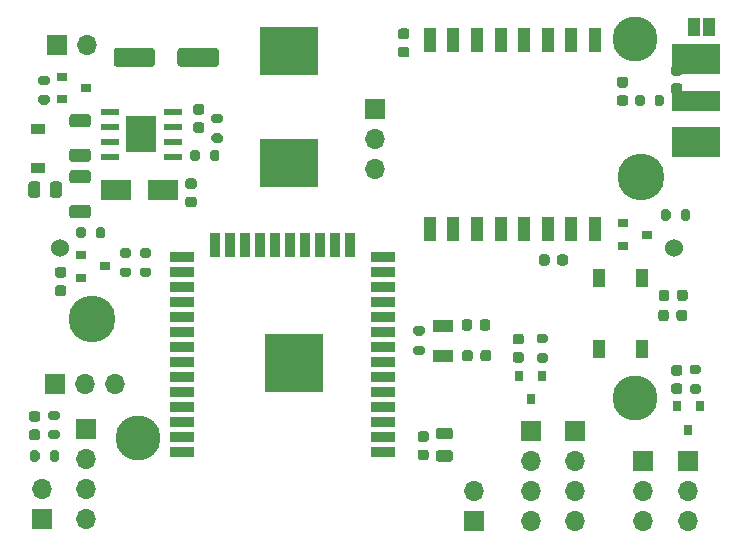
<source format=gbr>
G04 #@! TF.GenerationSoftware,KiCad,Pcbnew,(5.1.7)-1*
G04 #@! TF.CreationDate,2020-11-22T23:18:21+01:00*
G04 #@! TF.ProjectId,lora,6c6f7261-2e6b-4696-9361-645f70636258,rev?*
G04 #@! TF.SameCoordinates,Original*
G04 #@! TF.FileFunction,Soldermask,Top*
G04 #@! TF.FilePolarity,Negative*
%FSLAX46Y46*%
G04 Gerber Fmt 4.6, Leading zero omitted, Abs format (unit mm)*
G04 Created by KiCad (PCBNEW (5.1.7)-1) date 2020-11-22 23:18:21*
%MOMM*%
%LPD*%
G01*
G04 APERTURE LIST*
%ADD10R,4.190000X2.665000*%
%ADD11R,4.190000X1.780000*%
%ADD12R,2.500000X1.800000*%
%ADD13R,1.200000X0.900000*%
%ADD14R,1.700000X1.700000*%
%ADD15O,1.700000X1.700000*%
%ADD16R,4.950000X4.100000*%
%ADD17R,0.800000X0.900000*%
%ADD18R,0.900000X0.800000*%
%ADD19R,1.000000X1.500000*%
%ADD20R,2.600000X3.100000*%
%ADD21R,1.550000X0.600000*%
%ADD22R,5.000000X5.000000*%
%ADD23R,2.000000X0.900000*%
%ADD24R,0.900000X2.000000*%
%ADD25R,1.000000X2.000000*%
%ADD26R,1.800000X1.000000*%
%ADD27C,1.530000*%
%ADD28C,3.960000*%
%ADD29C,3.800000*%
G04 APERTURE END LIST*
D10*
X227838000Y-102992500D03*
D11*
X227838000Y-99500000D03*
D10*
X227838000Y-96007500D03*
G36*
G01*
X185350000Y-107000000D02*
X184850000Y-107000000D01*
G75*
G02*
X184625000Y-106775000I0J225000D01*
G01*
X184625000Y-106325000D01*
G75*
G02*
X184850000Y-106100000I225000J0D01*
G01*
X185350000Y-106100000D01*
G75*
G02*
X185575000Y-106325000I0J-225000D01*
G01*
X185575000Y-106775000D01*
G75*
G02*
X185350000Y-107000000I-225000J0D01*
G01*
G37*
G36*
G01*
X185350000Y-108550000D02*
X184850000Y-108550000D01*
G75*
G02*
X184625000Y-108325000I0J225000D01*
G01*
X184625000Y-107875000D01*
G75*
G02*
X184850000Y-107650000I225000J0D01*
G01*
X185350000Y-107650000D01*
G75*
G02*
X185575000Y-107875000I0J-225000D01*
G01*
X185575000Y-108325000D01*
G75*
G02*
X185350000Y-108550000I-225000J0D01*
G01*
G37*
G36*
G01*
X187450000Y-95300000D02*
X187450000Y-96400000D01*
G75*
G02*
X187200000Y-96650000I-250000J0D01*
G01*
X184200000Y-96650000D01*
G75*
G02*
X183950000Y-96400000I0J250000D01*
G01*
X183950000Y-95300000D01*
G75*
G02*
X184200000Y-95050000I250000J0D01*
G01*
X187200000Y-95050000D01*
G75*
G02*
X187450000Y-95300000I0J-250000D01*
G01*
G37*
G36*
G01*
X182050000Y-95300000D02*
X182050000Y-96400000D01*
G75*
G02*
X181800000Y-96650000I-250000J0D01*
G01*
X178800000Y-96650000D01*
G75*
G02*
X178550000Y-96400000I0J250000D01*
G01*
X178550000Y-95300000D01*
G75*
G02*
X178800000Y-95050000I250000J0D01*
G01*
X181800000Y-95050000D01*
G75*
G02*
X182050000Y-95300000I0J-250000D01*
G01*
G37*
G36*
G01*
X227150000Y-115750000D02*
X227150000Y-116250000D01*
G75*
G02*
X226925000Y-116475000I-225000J0D01*
G01*
X226475000Y-116475000D01*
G75*
G02*
X226250000Y-116250000I0J225000D01*
G01*
X226250000Y-115750000D01*
G75*
G02*
X226475000Y-115525000I225000J0D01*
G01*
X226925000Y-115525000D01*
G75*
G02*
X227150000Y-115750000I0J-225000D01*
G01*
G37*
G36*
G01*
X225600000Y-115750000D02*
X225600000Y-116250000D01*
G75*
G02*
X225375000Y-116475000I-225000J0D01*
G01*
X224925000Y-116475000D01*
G75*
G02*
X224700000Y-116250000I0J225000D01*
G01*
X224700000Y-115750000D01*
G75*
G02*
X224925000Y-115525000I225000J0D01*
G01*
X225375000Y-115525000D01*
G75*
G02*
X225600000Y-115750000I0J-225000D01*
G01*
G37*
G36*
G01*
X205000000Y-129950000D02*
X204500000Y-129950000D01*
G75*
G02*
X204275000Y-129725000I0J225000D01*
G01*
X204275000Y-129275000D01*
G75*
G02*
X204500000Y-129050000I225000J0D01*
G01*
X205000000Y-129050000D01*
G75*
G02*
X205225000Y-129275000I0J-225000D01*
G01*
X205225000Y-129725000D01*
G75*
G02*
X205000000Y-129950000I-225000J0D01*
G01*
G37*
G36*
G01*
X205000000Y-128400000D02*
X204500000Y-128400000D01*
G75*
G02*
X204275000Y-128175000I0J225000D01*
G01*
X204275000Y-127725000D01*
G75*
G02*
X204500000Y-127500000I225000J0D01*
G01*
X205000000Y-127500000D01*
G75*
G02*
X205225000Y-127725000I0J-225000D01*
G01*
X205225000Y-128175000D01*
G75*
G02*
X205000000Y-128400000I-225000J0D01*
G01*
G37*
G36*
G01*
X207025000Y-130100000D02*
X206075000Y-130100000D01*
G75*
G02*
X205825000Y-129850000I0J250000D01*
G01*
X205825000Y-129350000D01*
G75*
G02*
X206075000Y-129100000I250000J0D01*
G01*
X207025000Y-129100000D01*
G75*
G02*
X207275000Y-129350000I0J-250000D01*
G01*
X207275000Y-129850000D01*
G75*
G02*
X207025000Y-130100000I-250000J0D01*
G01*
G37*
G36*
G01*
X207025000Y-128200000D02*
X206075000Y-128200000D01*
G75*
G02*
X205825000Y-127950000I0J250000D01*
G01*
X205825000Y-127450000D01*
G75*
G02*
X206075000Y-127200000I250000J0D01*
G01*
X207025000Y-127200000D01*
G75*
G02*
X207275000Y-127450000I0J-250000D01*
G01*
X207275000Y-127950000D01*
G75*
G02*
X207025000Y-128200000I-250000J0D01*
G01*
G37*
G36*
G01*
X210500000Y-120850000D02*
X210500000Y-121350000D01*
G75*
G02*
X210275000Y-121575000I-225000J0D01*
G01*
X209825000Y-121575000D01*
G75*
G02*
X209600000Y-121350000I0J225000D01*
G01*
X209600000Y-120850000D01*
G75*
G02*
X209825000Y-120625000I225000J0D01*
G01*
X210275000Y-120625000D01*
G75*
G02*
X210500000Y-120850000I0J-225000D01*
G01*
G37*
G36*
G01*
X208950000Y-120850000D02*
X208950000Y-121350000D01*
G75*
G02*
X208725000Y-121575000I-225000J0D01*
G01*
X208275000Y-121575000D01*
G75*
G02*
X208050000Y-121350000I0J225000D01*
G01*
X208050000Y-120850000D01*
G75*
G02*
X208275000Y-120625000I225000J0D01*
G01*
X208725000Y-120625000D01*
G75*
G02*
X208950000Y-120850000I0J-225000D01*
G01*
G37*
G36*
G01*
X203350000Y-95850000D02*
X202850000Y-95850000D01*
G75*
G02*
X202625000Y-95625000I0J225000D01*
G01*
X202625000Y-95175000D01*
G75*
G02*
X202850000Y-94950000I225000J0D01*
G01*
X203350000Y-94950000D01*
G75*
G02*
X203575000Y-95175000I0J-225000D01*
G01*
X203575000Y-95625000D01*
G75*
G02*
X203350000Y-95850000I-225000J0D01*
G01*
G37*
G36*
G01*
X203350000Y-94300000D02*
X202850000Y-94300000D01*
G75*
G02*
X202625000Y-94075000I0J225000D01*
G01*
X202625000Y-93625000D01*
G75*
G02*
X202850000Y-93400000I225000J0D01*
G01*
X203350000Y-93400000D01*
G75*
G02*
X203575000Y-93625000I0J-225000D01*
G01*
X203575000Y-94075000D01*
G75*
G02*
X203350000Y-94300000I-225000J0D01*
G01*
G37*
G36*
G01*
X208000000Y-118750000D02*
X208000000Y-118250000D01*
G75*
G02*
X208225000Y-118025000I225000J0D01*
G01*
X208675000Y-118025000D01*
G75*
G02*
X208900000Y-118250000I0J-225000D01*
G01*
X208900000Y-118750000D01*
G75*
G02*
X208675000Y-118975000I-225000J0D01*
G01*
X208225000Y-118975000D01*
G75*
G02*
X208000000Y-118750000I0J225000D01*
G01*
G37*
G36*
G01*
X209550000Y-118750000D02*
X209550000Y-118250000D01*
G75*
G02*
X209775000Y-118025000I225000J0D01*
G01*
X210225000Y-118025000D01*
G75*
G02*
X210450000Y-118250000I0J-225000D01*
G01*
X210450000Y-118750000D01*
G75*
G02*
X210225000Y-118975000I-225000J0D01*
G01*
X209775000Y-118975000D01*
G75*
G02*
X209550000Y-118750000I0J225000D01*
G01*
G37*
D12*
X178750000Y-107050000D03*
X182750000Y-107050000D03*
D13*
X172150000Y-105250000D03*
X172150000Y-101950000D03*
D14*
X173760000Y-94800000D03*
D15*
X176300000Y-94800000D03*
X223400000Y-135100000D03*
X223400000Y-132560000D03*
D14*
X223400000Y-130020000D03*
X227150000Y-130020000D03*
D15*
X227150000Y-132560000D03*
X227150000Y-135100000D03*
D14*
X172500000Y-134950000D03*
D15*
X172500000Y-132410000D03*
X178650000Y-123500000D03*
X176110000Y-123500000D03*
D14*
X173570000Y-123500000D03*
D15*
X209050000Y-132550000D03*
D14*
X209050000Y-135090000D03*
X213900000Y-127480000D03*
D15*
X213900000Y-130020000D03*
X213900000Y-132560000D03*
X213900000Y-135100000D03*
X217600000Y-135100000D03*
X217600000Y-132560000D03*
X217600000Y-130020000D03*
D14*
X217600000Y-127480000D03*
X176200000Y-127350000D03*
D15*
X176200000Y-129890000D03*
X176200000Y-132430000D03*
X176200000Y-134970000D03*
D16*
X193400000Y-104800000D03*
X193400000Y-95300000D03*
D17*
X228150000Y-125400000D03*
X226250000Y-125400000D03*
X227200000Y-127400000D03*
D18*
X177800000Y-113550000D03*
X175800000Y-114500000D03*
X175800000Y-112600000D03*
D17*
X214800000Y-122800000D03*
X212900000Y-122800000D03*
X213850000Y-124800000D03*
D18*
X174200000Y-97500000D03*
X174200000Y-99400000D03*
X176200000Y-98450000D03*
X223700000Y-110850000D03*
X221700000Y-111800000D03*
X221700000Y-109900000D03*
G36*
G01*
X225980000Y-123450000D02*
X226480000Y-123450000D01*
G75*
G02*
X226705000Y-123675000I0J-225000D01*
G01*
X226705000Y-124125000D01*
G75*
G02*
X226480000Y-124350000I-225000J0D01*
G01*
X225980000Y-124350000D01*
G75*
G02*
X225755000Y-124125000I0J225000D01*
G01*
X225755000Y-123675000D01*
G75*
G02*
X225980000Y-123450000I225000J0D01*
G01*
G37*
G36*
G01*
X225980000Y-121900000D02*
X226480000Y-121900000D01*
G75*
G02*
X226705000Y-122125000I0J-225000D01*
G01*
X226705000Y-122575000D01*
G75*
G02*
X226480000Y-122800000I-225000J0D01*
G01*
X225980000Y-122800000D01*
G75*
G02*
X225755000Y-122575000I0J225000D01*
G01*
X225755000Y-122125000D01*
G75*
G02*
X225980000Y-121900000I225000J0D01*
G01*
G37*
G36*
G01*
X227525000Y-121875000D02*
X228075000Y-121875000D01*
G75*
G02*
X228275000Y-122075000I0J-200000D01*
G01*
X228275000Y-122475000D01*
G75*
G02*
X228075000Y-122675000I-200000J0D01*
G01*
X227525000Y-122675000D01*
G75*
G02*
X227325000Y-122475000I0J200000D01*
G01*
X227325000Y-122075000D01*
G75*
G02*
X227525000Y-121875000I200000J0D01*
G01*
G37*
G36*
G01*
X227525000Y-123525000D02*
X228075000Y-123525000D01*
G75*
G02*
X228275000Y-123725000I0J-200000D01*
G01*
X228275000Y-124125000D01*
G75*
G02*
X228075000Y-124325000I-200000J0D01*
G01*
X227525000Y-124325000D01*
G75*
G02*
X227325000Y-124125000I0J200000D01*
G01*
X227325000Y-123725000D01*
G75*
G02*
X227525000Y-123525000I200000J0D01*
G01*
G37*
G36*
G01*
X226200000Y-117950000D02*
X226200000Y-117450000D01*
G75*
G02*
X226425000Y-117225000I225000J0D01*
G01*
X226875000Y-117225000D01*
G75*
G02*
X227100000Y-117450000I0J-225000D01*
G01*
X227100000Y-117950000D01*
G75*
G02*
X226875000Y-118175000I-225000J0D01*
G01*
X226425000Y-118175000D01*
G75*
G02*
X226200000Y-117950000I0J225000D01*
G01*
G37*
G36*
G01*
X224650000Y-117950000D02*
X224650000Y-117450000D01*
G75*
G02*
X224875000Y-117225000I225000J0D01*
G01*
X225325000Y-117225000D01*
G75*
G02*
X225550000Y-117450000I0J-225000D01*
G01*
X225550000Y-117950000D01*
G75*
G02*
X225325000Y-118175000I-225000J0D01*
G01*
X224875000Y-118175000D01*
G75*
G02*
X224650000Y-117950000I0J225000D01*
G01*
G37*
G36*
G01*
X185500000Y-99800000D02*
X186000000Y-99800000D01*
G75*
G02*
X186225000Y-100025000I0J-225000D01*
G01*
X186225000Y-100475000D01*
G75*
G02*
X186000000Y-100700000I-225000J0D01*
G01*
X185500000Y-100700000D01*
G75*
G02*
X185275000Y-100475000I0J225000D01*
G01*
X185275000Y-100025000D01*
G75*
G02*
X185500000Y-99800000I225000J0D01*
G01*
G37*
G36*
G01*
X185500000Y-101350000D02*
X186000000Y-101350000D01*
G75*
G02*
X186225000Y-101575000I0J-225000D01*
G01*
X186225000Y-102025000D01*
G75*
G02*
X186000000Y-102250000I-225000J0D01*
G01*
X185500000Y-102250000D01*
G75*
G02*
X185275000Y-102025000I0J225000D01*
G01*
X185275000Y-101575000D01*
G75*
G02*
X185500000Y-101350000I225000J0D01*
G01*
G37*
G36*
G01*
X187025000Y-102275000D02*
X187575000Y-102275000D01*
G75*
G02*
X187775000Y-102475000I0J-200000D01*
G01*
X187775000Y-102875000D01*
G75*
G02*
X187575000Y-103075000I-200000J0D01*
G01*
X187025000Y-103075000D01*
G75*
G02*
X186825000Y-102875000I0J200000D01*
G01*
X186825000Y-102475000D01*
G75*
G02*
X187025000Y-102275000I200000J0D01*
G01*
G37*
G36*
G01*
X187025000Y-100625000D02*
X187575000Y-100625000D01*
G75*
G02*
X187775000Y-100825000I0J-200000D01*
G01*
X187775000Y-101225000D01*
G75*
G02*
X187575000Y-101425000I-200000J0D01*
G01*
X187025000Y-101425000D01*
G75*
G02*
X186825000Y-101225000I0J200000D01*
G01*
X186825000Y-100825000D01*
G75*
G02*
X187025000Y-100625000I200000J0D01*
G01*
G37*
G36*
G01*
X187500000Y-103875000D02*
X187500000Y-104425000D01*
G75*
G02*
X187300000Y-104625000I-200000J0D01*
G01*
X186900000Y-104625000D01*
G75*
G02*
X186700000Y-104425000I0J200000D01*
G01*
X186700000Y-103875000D01*
G75*
G02*
X186900000Y-103675000I200000J0D01*
G01*
X187300000Y-103675000D01*
G75*
G02*
X187500000Y-103875000I0J-200000D01*
G01*
G37*
G36*
G01*
X185850000Y-103875000D02*
X185850000Y-104425000D01*
G75*
G02*
X185650000Y-104625000I-200000J0D01*
G01*
X185250000Y-104625000D01*
G75*
G02*
X185050000Y-104425000I0J200000D01*
G01*
X185050000Y-103875000D01*
G75*
G02*
X185250000Y-103675000I200000J0D01*
G01*
X185650000Y-103675000D01*
G75*
G02*
X185850000Y-103875000I0J-200000D01*
G01*
G37*
G36*
G01*
X179275000Y-113650000D02*
X179825000Y-113650000D01*
G75*
G02*
X180025000Y-113850000I0J-200000D01*
G01*
X180025000Y-114250000D01*
G75*
G02*
X179825000Y-114450000I-200000J0D01*
G01*
X179275000Y-114450000D01*
G75*
G02*
X179075000Y-114250000I0J200000D01*
G01*
X179075000Y-113850000D01*
G75*
G02*
X179275000Y-113650000I200000J0D01*
G01*
G37*
G36*
G01*
X179275000Y-112000000D02*
X179825000Y-112000000D01*
G75*
G02*
X180025000Y-112200000I0J-200000D01*
G01*
X180025000Y-112600000D01*
G75*
G02*
X179825000Y-112800000I-200000J0D01*
G01*
X179275000Y-112800000D01*
G75*
G02*
X179075000Y-112600000I0J200000D01*
G01*
X179075000Y-112200000D01*
G75*
G02*
X179275000Y-112000000I200000J0D01*
G01*
G37*
G36*
G01*
X181525000Y-114450000D02*
X180975000Y-114450000D01*
G75*
G02*
X180775000Y-114250000I0J200000D01*
G01*
X180775000Y-113850000D01*
G75*
G02*
X180975000Y-113650000I200000J0D01*
G01*
X181525000Y-113650000D01*
G75*
G02*
X181725000Y-113850000I0J-200000D01*
G01*
X181725000Y-114250000D01*
G75*
G02*
X181525000Y-114450000I-200000J0D01*
G01*
G37*
G36*
G01*
X181525000Y-112800000D02*
X180975000Y-112800000D01*
G75*
G02*
X180775000Y-112600000I0J200000D01*
G01*
X180775000Y-112200000D01*
G75*
G02*
X180975000Y-112000000I200000J0D01*
G01*
X181525000Y-112000000D01*
G75*
G02*
X181725000Y-112200000I0J-200000D01*
G01*
X181725000Y-112600000D01*
G75*
G02*
X181525000Y-112800000I-200000J0D01*
G01*
G37*
G36*
G01*
X174300000Y-114500000D02*
X173800000Y-114500000D01*
G75*
G02*
X173575000Y-114275000I0J225000D01*
G01*
X173575000Y-113825000D01*
G75*
G02*
X173800000Y-113600000I225000J0D01*
G01*
X174300000Y-113600000D01*
G75*
G02*
X174525000Y-113825000I0J-225000D01*
G01*
X174525000Y-114275000D01*
G75*
G02*
X174300000Y-114500000I-225000J0D01*
G01*
G37*
G36*
G01*
X174300000Y-116050000D02*
X173800000Y-116050000D01*
G75*
G02*
X173575000Y-115825000I0J225000D01*
G01*
X173575000Y-115375000D01*
G75*
G02*
X173800000Y-115150000I225000J0D01*
G01*
X174300000Y-115150000D01*
G75*
G02*
X174525000Y-115375000I0J-225000D01*
G01*
X174525000Y-115825000D01*
G75*
G02*
X174300000Y-116050000I-225000J0D01*
G01*
G37*
G36*
G01*
X177825000Y-110425000D02*
X177825000Y-110975000D01*
G75*
G02*
X177625000Y-111175000I-200000J0D01*
G01*
X177225000Y-111175000D01*
G75*
G02*
X177025000Y-110975000I0J200000D01*
G01*
X177025000Y-110425000D01*
G75*
G02*
X177225000Y-110225000I200000J0D01*
G01*
X177625000Y-110225000D01*
G75*
G02*
X177825000Y-110425000I0J-200000D01*
G01*
G37*
G36*
G01*
X176175000Y-110425000D02*
X176175000Y-110975000D01*
G75*
G02*
X175975000Y-111175000I-200000J0D01*
G01*
X175575000Y-111175000D01*
G75*
G02*
X175375000Y-110975000I0J200000D01*
G01*
X175375000Y-110425000D01*
G75*
G02*
X175575000Y-110225000I200000J0D01*
G01*
X175975000Y-110225000D01*
G75*
G02*
X176175000Y-110425000I0J-200000D01*
G01*
G37*
G36*
G01*
X213050000Y-120150000D02*
X212550000Y-120150000D01*
G75*
G02*
X212325000Y-119925000I0J225000D01*
G01*
X212325000Y-119475000D01*
G75*
G02*
X212550000Y-119250000I225000J0D01*
G01*
X213050000Y-119250000D01*
G75*
G02*
X213275000Y-119475000I0J-225000D01*
G01*
X213275000Y-119925000D01*
G75*
G02*
X213050000Y-120150000I-225000J0D01*
G01*
G37*
G36*
G01*
X213050000Y-121700000D02*
X212550000Y-121700000D01*
G75*
G02*
X212325000Y-121475000I0J225000D01*
G01*
X212325000Y-121025000D01*
G75*
G02*
X212550000Y-120800000I225000J0D01*
G01*
X213050000Y-120800000D01*
G75*
G02*
X213275000Y-121025000I0J-225000D01*
G01*
X213275000Y-121475000D01*
G75*
G02*
X213050000Y-121700000I-225000J0D01*
G01*
G37*
G36*
G01*
X214575000Y-120900000D02*
X215125000Y-120900000D01*
G75*
G02*
X215325000Y-121100000I0J-200000D01*
G01*
X215325000Y-121500000D01*
G75*
G02*
X215125000Y-121700000I-200000J0D01*
G01*
X214575000Y-121700000D01*
G75*
G02*
X214375000Y-121500000I0J200000D01*
G01*
X214375000Y-121100000D01*
G75*
G02*
X214575000Y-120900000I200000J0D01*
G01*
G37*
G36*
G01*
X214575000Y-119250000D02*
X215125000Y-119250000D01*
G75*
G02*
X215325000Y-119450000I0J-200000D01*
G01*
X215325000Y-119850000D01*
G75*
G02*
X215125000Y-120050000I-200000J0D01*
G01*
X214575000Y-120050000D01*
G75*
G02*
X214375000Y-119850000I0J200000D01*
G01*
X214375000Y-119450000D01*
G75*
G02*
X214575000Y-119250000I200000J0D01*
G01*
G37*
G36*
G01*
X214550000Y-113250000D02*
X214550000Y-112750000D01*
G75*
G02*
X214775000Y-112525000I225000J0D01*
G01*
X215225000Y-112525000D01*
G75*
G02*
X215450000Y-112750000I0J-225000D01*
G01*
X215450000Y-113250000D01*
G75*
G02*
X215225000Y-113475000I-225000J0D01*
G01*
X214775000Y-113475000D01*
G75*
G02*
X214550000Y-113250000I0J225000D01*
G01*
G37*
G36*
G01*
X216100000Y-113250000D02*
X216100000Y-112750000D01*
G75*
G02*
X216325000Y-112525000I225000J0D01*
G01*
X216775000Y-112525000D01*
G75*
G02*
X217000000Y-112750000I0J-225000D01*
G01*
X217000000Y-113250000D01*
G75*
G02*
X216775000Y-113475000I-225000J0D01*
G01*
X216325000Y-113475000D01*
G75*
G02*
X216100000Y-113250000I0J225000D01*
G01*
G37*
G36*
G01*
X204675000Y-119400000D02*
X204125000Y-119400000D01*
G75*
G02*
X203925000Y-119200000I0J200000D01*
G01*
X203925000Y-118800000D01*
G75*
G02*
X204125000Y-118600000I200000J0D01*
G01*
X204675000Y-118600000D01*
G75*
G02*
X204875000Y-118800000I0J-200000D01*
G01*
X204875000Y-119200000D01*
G75*
G02*
X204675000Y-119400000I-200000J0D01*
G01*
G37*
G36*
G01*
X204675000Y-121050000D02*
X204125000Y-121050000D01*
G75*
G02*
X203925000Y-120850000I0J200000D01*
G01*
X203925000Y-120450000D01*
G75*
G02*
X204125000Y-120250000I200000J0D01*
G01*
X204675000Y-120250000D01*
G75*
G02*
X204875000Y-120450000I0J-200000D01*
G01*
X204875000Y-120850000D01*
G75*
G02*
X204675000Y-121050000I-200000J0D01*
G01*
G37*
G36*
G01*
X173125000Y-129875000D02*
X173125000Y-129325000D01*
G75*
G02*
X173325000Y-129125000I200000J0D01*
G01*
X173725000Y-129125000D01*
G75*
G02*
X173925000Y-129325000I0J-200000D01*
G01*
X173925000Y-129875000D01*
G75*
G02*
X173725000Y-130075000I-200000J0D01*
G01*
X173325000Y-130075000D01*
G75*
G02*
X173125000Y-129875000I0J200000D01*
G01*
G37*
G36*
G01*
X171475000Y-129875000D02*
X171475000Y-129325000D01*
G75*
G02*
X171675000Y-129125000I200000J0D01*
G01*
X172075000Y-129125000D01*
G75*
G02*
X172275000Y-129325000I0J-200000D01*
G01*
X172275000Y-129875000D01*
G75*
G02*
X172075000Y-130075000I-200000J0D01*
G01*
X171675000Y-130075000D01*
G75*
G02*
X171475000Y-129875000I0J200000D01*
G01*
G37*
G36*
G01*
X173225000Y-125750000D02*
X173775000Y-125750000D01*
G75*
G02*
X173975000Y-125950000I0J-200000D01*
G01*
X173975000Y-126350000D01*
G75*
G02*
X173775000Y-126550000I-200000J0D01*
G01*
X173225000Y-126550000D01*
G75*
G02*
X173025000Y-126350000I0J200000D01*
G01*
X173025000Y-125950000D01*
G75*
G02*
X173225000Y-125750000I200000J0D01*
G01*
G37*
G36*
G01*
X173225000Y-127400000D02*
X173775000Y-127400000D01*
G75*
G02*
X173975000Y-127600000I0J-200000D01*
G01*
X173975000Y-128000000D01*
G75*
G02*
X173775000Y-128200000I-200000J0D01*
G01*
X173225000Y-128200000D01*
G75*
G02*
X173025000Y-128000000I0J200000D01*
G01*
X173025000Y-127600000D01*
G75*
G02*
X173225000Y-127400000I200000J0D01*
G01*
G37*
G36*
G01*
X171600000Y-127350000D02*
X172100000Y-127350000D01*
G75*
G02*
X172325000Y-127575000I0J-225000D01*
G01*
X172325000Y-128025000D01*
G75*
G02*
X172100000Y-128250000I-225000J0D01*
G01*
X171600000Y-128250000D01*
G75*
G02*
X171375000Y-128025000I0J225000D01*
G01*
X171375000Y-127575000D01*
G75*
G02*
X171600000Y-127350000I225000J0D01*
G01*
G37*
G36*
G01*
X171600000Y-125800000D02*
X172100000Y-125800000D01*
G75*
G02*
X172325000Y-126025000I0J-225000D01*
G01*
X172325000Y-126475000D01*
G75*
G02*
X172100000Y-126700000I-225000J0D01*
G01*
X171600000Y-126700000D01*
G75*
G02*
X171375000Y-126475000I0J225000D01*
G01*
X171375000Y-126025000D01*
G75*
G02*
X171600000Y-125800000I225000J0D01*
G01*
G37*
G36*
G01*
X172925000Y-99850000D02*
X172375000Y-99850000D01*
G75*
G02*
X172175000Y-99650000I0J200000D01*
G01*
X172175000Y-99250000D01*
G75*
G02*
X172375000Y-99050000I200000J0D01*
G01*
X172925000Y-99050000D01*
G75*
G02*
X173125000Y-99250000I0J-200000D01*
G01*
X173125000Y-99650000D01*
G75*
G02*
X172925000Y-99850000I-200000J0D01*
G01*
G37*
G36*
G01*
X172925000Y-98200000D02*
X172375000Y-98200000D01*
G75*
G02*
X172175000Y-98000000I0J200000D01*
G01*
X172175000Y-97600000D01*
G75*
G02*
X172375000Y-97400000I200000J0D01*
G01*
X172925000Y-97400000D01*
G75*
G02*
X173125000Y-97600000I0J-200000D01*
G01*
X173125000Y-98000000D01*
G75*
G02*
X172925000Y-98200000I-200000J0D01*
G01*
G37*
G36*
G01*
X226550000Y-109475000D02*
X226550000Y-108925000D01*
G75*
G02*
X226750000Y-108725000I200000J0D01*
G01*
X227150000Y-108725000D01*
G75*
G02*
X227350000Y-108925000I0J-200000D01*
G01*
X227350000Y-109475000D01*
G75*
G02*
X227150000Y-109675000I-200000J0D01*
G01*
X226750000Y-109675000D01*
G75*
G02*
X226550000Y-109475000I0J200000D01*
G01*
G37*
G36*
G01*
X224900000Y-109475000D02*
X224900000Y-108925000D01*
G75*
G02*
X225100000Y-108725000I200000J0D01*
G01*
X225500000Y-108725000D01*
G75*
G02*
X225700000Y-108925000I0J-200000D01*
G01*
X225700000Y-109475000D01*
G75*
G02*
X225500000Y-109675000I-200000J0D01*
G01*
X225100000Y-109675000D01*
G75*
G02*
X224900000Y-109475000I0J200000D01*
G01*
G37*
D19*
X219600000Y-120550000D03*
X219600000Y-114550000D03*
X223300000Y-120550000D03*
X223300000Y-114550000D03*
D14*
X200700000Y-100200000D03*
D15*
X200700000Y-102740000D03*
X200700000Y-105280000D03*
D20*
X180900000Y-102340000D03*
D21*
X183600000Y-104245000D03*
X183600000Y-102975000D03*
X183600000Y-101705000D03*
X183600000Y-100435000D03*
X178200000Y-100435000D03*
X178200000Y-101705000D03*
X178200000Y-102975000D03*
X178200000Y-104245000D03*
D22*
X193850000Y-121755000D03*
D23*
X201350000Y-129255000D03*
X201350000Y-127985000D03*
X201350000Y-126715000D03*
X201350000Y-125445000D03*
X201350000Y-124175000D03*
X201350000Y-122905000D03*
X201350000Y-121635000D03*
X201350000Y-120365000D03*
X201350000Y-119095000D03*
X201350000Y-117825000D03*
X201350000Y-116555000D03*
X201350000Y-115285000D03*
X201350000Y-114015000D03*
X201350000Y-112745000D03*
D24*
X198565000Y-111745000D03*
X197295000Y-111745000D03*
X196025000Y-111745000D03*
X194755000Y-111745000D03*
X193485000Y-111745000D03*
X192215000Y-111745000D03*
X190945000Y-111745000D03*
X189675000Y-111745000D03*
X188405000Y-111745000D03*
X187135000Y-111745000D03*
D23*
X184350000Y-112745000D03*
X184350000Y-114015000D03*
X184350000Y-115285000D03*
X184350000Y-116555000D03*
X184350000Y-117825000D03*
X184350000Y-119095000D03*
X184350000Y-120365000D03*
X184350000Y-121635000D03*
X184350000Y-122905000D03*
X184350000Y-124175000D03*
X184350000Y-125445000D03*
X184350000Y-126715000D03*
X184350000Y-127985000D03*
X184350000Y-129255000D03*
D25*
X205300000Y-110400000D03*
X207300000Y-110400000D03*
X209300000Y-110400000D03*
X211300000Y-110400000D03*
X213300000Y-110400000D03*
X215300000Y-110400000D03*
X217300000Y-110400000D03*
X219300000Y-110400000D03*
X219300000Y-94400000D03*
X217300000Y-94400000D03*
X215300000Y-94400000D03*
X213300000Y-94400000D03*
X211300000Y-94400000D03*
X209300000Y-94400000D03*
X207300000Y-94400000D03*
X205300000Y-94400000D03*
D26*
X206450000Y-118600000D03*
X206450000Y-121100000D03*
G36*
G01*
X175049999Y-103575000D02*
X176350001Y-103575000D01*
G75*
G02*
X176600000Y-103824999I0J-249999D01*
G01*
X176600000Y-104475001D01*
G75*
G02*
X176350001Y-104725000I-249999J0D01*
G01*
X175049999Y-104725000D01*
G75*
G02*
X174800000Y-104475001I0J249999D01*
G01*
X174800000Y-103824999D01*
G75*
G02*
X175049999Y-103575000I249999J0D01*
G01*
G37*
G36*
G01*
X175049999Y-100625000D02*
X176350001Y-100625000D01*
G75*
G02*
X176600000Y-100874999I0J-249999D01*
G01*
X176600000Y-101525001D01*
G75*
G02*
X176350001Y-101775000I-249999J0D01*
G01*
X175049999Y-101775000D01*
G75*
G02*
X174800000Y-101525001I0J249999D01*
G01*
X174800000Y-100874999D01*
G75*
G02*
X175049999Y-100625000I249999J0D01*
G01*
G37*
G36*
G01*
X176350001Y-109475000D02*
X175049999Y-109475000D01*
G75*
G02*
X174800000Y-109225001I0J249999D01*
G01*
X174800000Y-108574999D01*
G75*
G02*
X175049999Y-108325000I249999J0D01*
G01*
X176350001Y-108325000D01*
G75*
G02*
X176600000Y-108574999I0J-249999D01*
G01*
X176600000Y-109225001D01*
G75*
G02*
X176350001Y-109475000I-249999J0D01*
G01*
G37*
G36*
G01*
X176350001Y-106525000D02*
X175049999Y-106525000D01*
G75*
G02*
X174800000Y-106275001I0J249999D01*
G01*
X174800000Y-105624999D01*
G75*
G02*
X175049999Y-105375000I249999J0D01*
G01*
X176350001Y-105375000D01*
G75*
G02*
X176600000Y-105624999I0J-249999D01*
G01*
X176600000Y-106275001D01*
G75*
G02*
X176350001Y-106525000I-249999J0D01*
G01*
G37*
G36*
G01*
X221380000Y-97500000D02*
X221880000Y-97500000D01*
G75*
G02*
X222105000Y-97725000I0J-225000D01*
G01*
X222105000Y-98175000D01*
G75*
G02*
X221880000Y-98400000I-225000J0D01*
G01*
X221380000Y-98400000D01*
G75*
G02*
X221155000Y-98175000I0J225000D01*
G01*
X221155000Y-97725000D01*
G75*
G02*
X221380000Y-97500000I225000J0D01*
G01*
G37*
G36*
G01*
X221380000Y-99050000D02*
X221880000Y-99050000D01*
G75*
G02*
X222105000Y-99275000I0J-225000D01*
G01*
X222105000Y-99725000D01*
G75*
G02*
X221880000Y-99950000I-225000J0D01*
G01*
X221380000Y-99950000D01*
G75*
G02*
X221155000Y-99725000I0J225000D01*
G01*
X221155000Y-99275000D01*
G75*
G02*
X221380000Y-99050000I225000J0D01*
G01*
G37*
G36*
G01*
X225960000Y-98050000D02*
X226460000Y-98050000D01*
G75*
G02*
X226685000Y-98275000I0J-225000D01*
G01*
X226685000Y-98725000D01*
G75*
G02*
X226460000Y-98950000I-225000J0D01*
G01*
X225960000Y-98950000D01*
G75*
G02*
X225735000Y-98725000I0J225000D01*
G01*
X225735000Y-98275000D01*
G75*
G02*
X225960000Y-98050000I225000J0D01*
G01*
G37*
G36*
G01*
X225960000Y-96500000D02*
X226460000Y-96500000D01*
G75*
G02*
X226685000Y-96725000I0J-225000D01*
G01*
X226685000Y-97175000D01*
G75*
G02*
X226460000Y-97400000I-225000J0D01*
G01*
X225960000Y-97400000D01*
G75*
G02*
X225735000Y-97175000I0J225000D01*
G01*
X225735000Y-96725000D01*
G75*
G02*
X225960000Y-96500000I225000J0D01*
G01*
G37*
G36*
G01*
X222700000Y-99775000D02*
X222700000Y-99225000D01*
G75*
G02*
X222900000Y-99025000I200000J0D01*
G01*
X223300000Y-99025000D01*
G75*
G02*
X223500000Y-99225000I0J-200000D01*
G01*
X223500000Y-99775000D01*
G75*
G02*
X223300000Y-99975000I-200000J0D01*
G01*
X222900000Y-99975000D01*
G75*
G02*
X222700000Y-99775000I0J200000D01*
G01*
G37*
G36*
G01*
X224350000Y-99775000D02*
X224350000Y-99225000D01*
G75*
G02*
X224550000Y-99025000I200000J0D01*
G01*
X224950000Y-99025000D01*
G75*
G02*
X225150000Y-99225000I0J-200000D01*
G01*
X225150000Y-99775000D01*
G75*
G02*
X224950000Y-99975000I-200000J0D01*
G01*
X224550000Y-99975000D01*
G75*
G02*
X224350000Y-99775000I0J200000D01*
G01*
G37*
G36*
G01*
X174162500Y-106599999D02*
X174162500Y-107500001D01*
G75*
G02*
X173912501Y-107750000I-249999J0D01*
G01*
X173387499Y-107750000D01*
G75*
G02*
X173137500Y-107500001I0J249999D01*
G01*
X173137500Y-106599999D01*
G75*
G02*
X173387499Y-106350000I249999J0D01*
G01*
X173912501Y-106350000D01*
G75*
G02*
X174162500Y-106599999I0J-249999D01*
G01*
G37*
G36*
G01*
X172337500Y-106599999D02*
X172337500Y-107500001D01*
G75*
G02*
X172087501Y-107750000I-249999J0D01*
G01*
X171562499Y-107750000D01*
G75*
G02*
X171312500Y-107500001I0J249999D01*
G01*
X171312500Y-106599999D01*
G75*
G02*
X171562499Y-106350000I249999J0D01*
G01*
X172087501Y-106350000D01*
G75*
G02*
X172337500Y-106599999I0J-249999D01*
G01*
G37*
D27*
X225995000Y-111955000D03*
X174005000Y-111955000D03*
D28*
X176755000Y-117995000D03*
X223235000Y-106005000D03*
D19*
X228990000Y-93310000D03*
X227690000Y-93310000D03*
D29*
X222700000Y-94300000D03*
X180600000Y-128100000D03*
X222700000Y-124670000D03*
M02*

</source>
